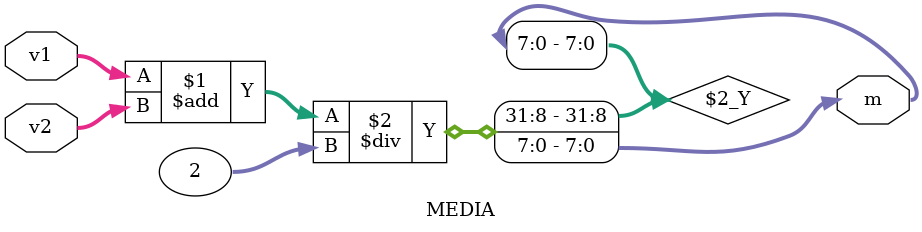
<source format=v>
module ABC(reset_, clock, x2, eoc2, soc2, x1, eoc1, soc1, out);

    input reset_, clock;
    input[7:0] x1, x2;
    input eoc1, eoc2;

    output soc1, soc2, out;


    reg [7:0] v1, v2;
    reg SOC1, SOC2; assign soc1 = SOC1; assign soc2 = SOC2;
    reg OUT; assign out = OUT;

    wire [7:0] out_rc;
    MEDIA m(
        .v1(v1), .v2(v2), .m(out_rc)
    );
    reg[7:0] duration;


    reg[3:0] STAR;
    localparam
        S0 = 0,
        S1 = 1,
        S2 = 2,
        S3 = 3, 
        S4 = 4,
        S5 = 5;


    // media is going to stay on 8 bits as it's an addition of 2 natural numbers and then a division by 2 (right-shift)

    // Going to do the states casually and then sharpen them later

    always @(reset_ == 0) begin
        SOC1 <= 0; SOC2 <= 0;
        STAR <= 0;
    end    



    always @(posedge clock) if(reset_ == 1) #3 begin

        casex(STAR)

            S0: begin SOC1 <= 1; SOC2 <= 1; v1 <= x1; v2 <= v2; 
                STAR <= ({eoc1, eoc2} == 2'b00) ? S1: S0;
            end

            S1: begin duration <= out_rc; SOC1<= 0; SOC2 <= 0;
                STAR <= (duration != 0) ? S2: S3;
            end

            S2: begin OUT <= 1; duration <= duration - 1;
                STAR <= (duration == 1)? S3: S2;    // checking for duration == 1 because the change of duration will happen at the next clock change 
            end

            S3: begin OUT <= 0;
                STAR <= ({eoc1,eoc2} == 2'b11) ? S0: S3;
                
            end

        endcase


    end 

endmodule


module MEDIA(
    v1, v2, 
    m
);

    input[7:0] v1, v2;
    output[7:0] m;

    assign #1 m = (v1+v2)/2;    // I don't know if we can do divison, it would've been smarter to just take the 8 top bits


endmodule



// Sintesi 
</source>
